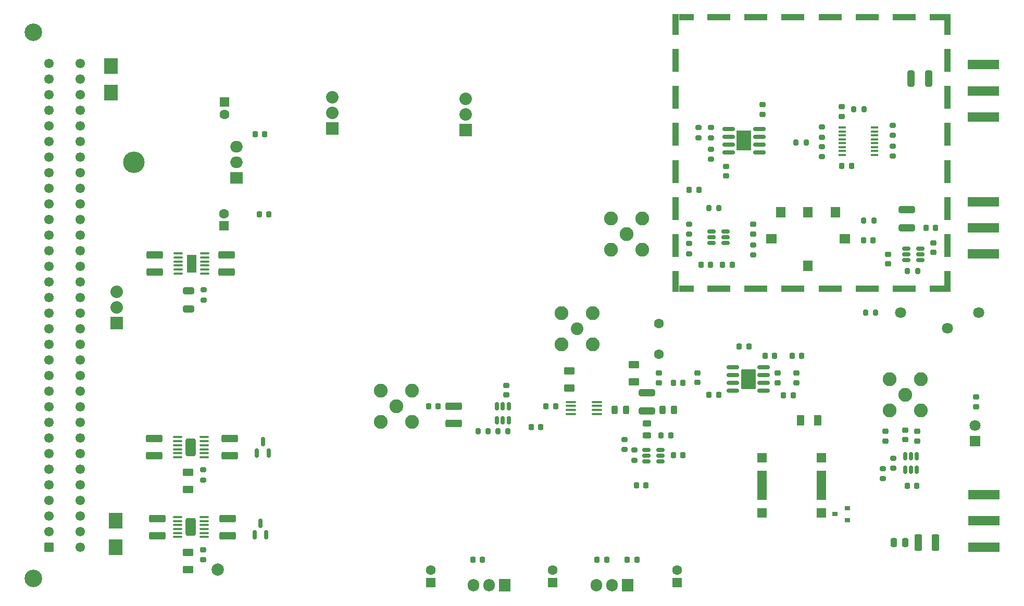
<source format=gbr>
G04 #@! TF.GenerationSoftware,KiCad,Pcbnew,(6.0.7)*
G04 #@! TF.CreationDate,2023-06-15T16:10:10+02:00*
G04 #@! TF.ProjectId,MTS_module,4d54535f-6d6f-4647-956c-652e6b696361,1.3.4*
G04 #@! TF.SameCoordinates,Original*
G04 #@! TF.FileFunction,Soldermask,Top*
G04 #@! TF.FilePolarity,Negative*
%FSLAX46Y46*%
G04 Gerber Fmt 4.6, Leading zero omitted, Abs format (unit mm)*
G04 Created by KiCad (PCBNEW (6.0.7)) date 2023-06-15 16:10:10*
%MOMM*%
%LPD*%
G01*
G04 APERTURE LIST*
G04 Aperture macros list*
%AMRoundRect*
0 Rectangle with rounded corners*
0 $1 Rounding radius*
0 $2 $3 $4 $5 $6 $7 $8 $9 X,Y pos of 4 corners*
0 Add a 4 corners polygon primitive as box body*
4,1,4,$2,$3,$4,$5,$6,$7,$8,$9,$2,$3,0*
0 Add four circle primitives for the rounded corners*
1,1,$1+$1,$2,$3*
1,1,$1+$1,$4,$5*
1,1,$1+$1,$6,$7*
1,1,$1+$1,$8,$9*
0 Add four rect primitives between the rounded corners*
20,1,$1+$1,$2,$3,$4,$5,0*
20,1,$1+$1,$4,$5,$6,$7,0*
20,1,$1+$1,$6,$7,$8,$9,0*
20,1,$1+$1,$8,$9,$2,$3,0*%
G04 Aperture macros list end*
%ADD10C,2.850000*%
%ADD11RoundRect,0.249999X0.525001X-0.525001X0.525001X0.525001X-0.525001X0.525001X-0.525001X-0.525001X0*%
%ADD12C,1.550000*%
%ADD13RoundRect,0.250000X-1.075000X0.375000X-1.075000X-0.375000X1.075000X-0.375000X1.075000X0.375000X0*%
%ADD14RoundRect,0.250000X-0.625000X0.375000X-0.625000X-0.375000X0.625000X-0.375000X0.625000X0.375000X0*%
%ADD15RoundRect,0.218750X0.218750X0.256250X-0.218750X0.256250X-0.218750X-0.256250X0.218750X-0.256250X0*%
%ADD16RoundRect,0.225000X0.250000X-0.225000X0.250000X0.225000X-0.250000X0.225000X-0.250000X-0.225000X0*%
%ADD17RoundRect,0.250000X0.625000X-0.375000X0.625000X0.375000X-0.625000X0.375000X-0.625000X-0.375000X0*%
%ADD18C,1.600000*%
%ADD19RoundRect,0.243750X0.243750X0.456250X-0.243750X0.456250X-0.243750X-0.456250X0.243750X-0.456250X0*%
%ADD20RoundRect,0.218750X-0.218750X-0.256250X0.218750X-0.256250X0.218750X0.256250X-0.218750X0.256250X0*%
%ADD21RoundRect,0.243750X0.456250X-0.243750X0.456250X0.243750X-0.456250X0.243750X-0.456250X-0.243750X0*%
%ADD22RoundRect,0.218750X-0.256250X0.218750X-0.256250X-0.218750X0.256250X-0.218750X0.256250X0.218750X0*%
%ADD23R,1.600000X1.600000*%
%ADD24R,1.800000X1.800000*%
%ADD25C,1.800000*%
%ADD26R,0.900000X0.800000*%
%ADD27C,2.250000*%
%ADD28RoundRect,0.200000X-0.275000X0.200000X-0.275000X-0.200000X0.275000X-0.200000X0.275000X0.200000X0*%
%ADD29RoundRect,0.218750X0.256250X-0.218750X0.256250X0.218750X-0.256250X0.218750X-0.256250X-0.218750X0*%
%ADD30RoundRect,0.250000X1.075000X-0.312500X1.075000X0.312500X-1.075000X0.312500X-1.075000X-0.312500X0*%
%ADD31RoundRect,0.250000X0.375000X1.075000X-0.375000X1.075000X-0.375000X-1.075000X0.375000X-1.075000X0*%
%ADD32C,2.000000*%
%ADD33R,1.905000X2.000000*%
%ADD34O,1.905000X2.000000*%
%ADD35RoundRect,0.100000X-0.625000X-0.100000X0.625000X-0.100000X0.625000X0.100000X-0.625000X0.100000X0*%
%ADD36RoundRect,0.249999X-0.575001X-1.175001X0.575001X-1.175001X0.575001X1.175001X-0.575001X1.175001X0*%
%ADD37RoundRect,0.100000X-0.712500X-0.100000X0.712500X-0.100000X0.712500X0.100000X-0.712500X0.100000X0*%
%ADD38R,1.520000X1.520000*%
%ADD39R,1.520000X4.700000*%
%ADD40RoundRect,0.250000X-0.375000X-0.625000X0.375000X-0.625000X0.375000X0.625000X-0.375000X0.625000X0*%
%ADD41RoundRect,0.225000X-0.225000X-0.250000X0.225000X-0.250000X0.225000X0.250000X-0.225000X0.250000X0*%
%ADD42RoundRect,0.225000X-0.250000X0.225000X-0.250000X-0.225000X0.250000X-0.225000X0.250000X0.225000X0*%
%ADD43R,2.300000X2.500000*%
%ADD44R,5.080000X1.500000*%
%ADD45R,1.000000X3.800000*%
%ADD46R,3.800000X1.000000*%
%ADD47R,1.000000X1.000000*%
%ADD48R,2.440000X1.000000*%
%ADD49R,1.000000X2.440000*%
%ADD50RoundRect,0.200000X0.200000X0.275000X-0.200000X0.275000X-0.200000X-0.275000X0.200000X-0.275000X0*%
%ADD51RoundRect,0.250000X-1.075000X0.312500X-1.075000X-0.312500X1.075000X-0.312500X1.075000X0.312500X0*%
%ADD52RoundRect,0.200000X0.275000X-0.200000X0.275000X0.200000X-0.275000X0.200000X-0.275000X-0.200000X0*%
%ADD53RoundRect,0.200000X-0.200000X-0.275000X0.200000X-0.275000X0.200000X0.275000X-0.200000X0.275000X0*%
%ADD54RoundRect,0.250000X0.312500X1.075000X-0.312500X1.075000X-0.312500X-1.075000X0.312500X-1.075000X0*%
%ADD55RoundRect,0.150000X-0.825000X-0.150000X0.825000X-0.150000X0.825000X0.150000X-0.825000X0.150000X0*%
%ADD56R,2.410000X3.300000*%
%ADD57RoundRect,0.150000X-0.512500X-0.150000X0.512500X-0.150000X0.512500X0.150000X-0.512500X0.150000X0*%
%ADD58R,1.200000X0.400000*%
%ADD59R,2.032000X2.032000*%
%ADD60C,2.032000*%
%ADD61RoundRect,0.250000X-0.650000X0.325000X-0.650000X-0.325000X0.650000X-0.325000X0.650000X0.325000X0*%
%ADD62RoundRect,0.225000X0.225000X0.250000X-0.225000X0.250000X-0.225000X-0.250000X0.225000X-0.250000X0*%
%ADD63R,1.650000X2.850000*%
%ADD64RoundRect,0.150000X-0.150000X0.512500X-0.150000X-0.512500X0.150000X-0.512500X0.150000X0.512500X0*%
%ADD65RoundRect,0.150000X0.512500X0.150000X-0.512500X0.150000X-0.512500X-0.150000X0.512500X-0.150000X0*%
%ADD66R,1.778000X1.524000*%
%ADD67R,1.524000X1.778000*%
%ADD68O,3.500000X3.500000*%
%ADD69R,2.000000X1.905000*%
%ADD70O,2.000000X1.905000*%
%ADD71C,2.050000*%
%ADD72RoundRect,0.249997X-0.955003X-1.400003X0.955003X-1.400003X0.955003X1.400003X-0.955003X1.400003X0*%
%ADD73RoundRect,0.150000X0.150000X-0.587500X0.150000X0.587500X-0.150000X0.587500X-0.150000X-0.587500X0*%
%ADD74RoundRect,0.250000X0.250000X0.475000X-0.250000X0.475000X-0.250000X-0.475000X0.250000X-0.475000X0*%
G04 APERTURE END LIST*
D10*
X52860000Y-143180000D03*
X52860000Y-54280000D03*
D11*
X55400000Y-138100000D03*
D12*
X55400000Y-135560000D03*
X55400000Y-133020000D03*
X55400000Y-130480000D03*
X55400000Y-127940000D03*
X55400000Y-125400000D03*
X55400000Y-122860000D03*
X55400000Y-120320000D03*
X55400000Y-117780000D03*
X55400000Y-115240000D03*
X55400000Y-112700000D03*
X55400000Y-110160000D03*
X55400000Y-107620000D03*
X55400000Y-105080000D03*
X55400000Y-102540000D03*
X55400000Y-100000000D03*
X55400000Y-97460000D03*
X55400000Y-94920000D03*
X55400000Y-92380000D03*
X55400000Y-89840000D03*
X55400000Y-87300000D03*
X55400000Y-84760000D03*
X55400000Y-82220000D03*
X55400000Y-79680000D03*
X55400000Y-77140000D03*
X55400000Y-74600000D03*
X55400000Y-72060000D03*
X55400000Y-69520000D03*
X55400000Y-66980000D03*
X55400000Y-64440000D03*
X55400000Y-61900000D03*
X55400000Y-59360000D03*
X60480000Y-138100000D03*
X60480000Y-135560000D03*
X60480000Y-133020000D03*
X60480000Y-130480000D03*
X60480000Y-127940000D03*
X60480000Y-125400000D03*
X60480000Y-122860000D03*
X60480000Y-120320000D03*
X60480000Y-117780000D03*
X60480000Y-115240000D03*
X60480000Y-112700000D03*
X60480000Y-110160000D03*
X60480000Y-107620000D03*
X60480000Y-105080000D03*
X60480000Y-102540000D03*
X60480000Y-100000000D03*
X60480000Y-97460000D03*
X60480000Y-94920000D03*
X60480000Y-92380000D03*
X60480000Y-89840000D03*
X60480000Y-87300000D03*
X60480000Y-84760000D03*
X60480000Y-82220000D03*
X60480000Y-79680000D03*
X60480000Y-77140000D03*
X60480000Y-74600000D03*
X60480000Y-72060000D03*
X60480000Y-69520000D03*
X60480000Y-66980000D03*
X60480000Y-64440000D03*
X60480000Y-61900000D03*
X60480000Y-59360000D03*
D13*
X72500000Y-120400000D03*
X72500000Y-123200000D03*
X73000000Y-133400000D03*
X73000000Y-136200000D03*
D14*
X78000000Y-125900000D03*
X78000000Y-128700000D03*
X78000000Y-138900000D03*
X78000000Y-141700000D03*
D15*
X135387500Y-118500000D03*
X133812500Y-118500000D03*
D13*
X84300000Y-90500000D03*
X84300000Y-93300000D03*
X84800000Y-120400000D03*
X84800000Y-123200000D03*
X84500000Y-133400000D03*
X84500000Y-136200000D03*
D15*
X118687500Y-115100000D03*
X117112500Y-115100000D03*
X137787500Y-115100000D03*
X136212500Y-115100000D03*
D14*
X140000000Y-109400000D03*
X140000000Y-112200000D03*
D16*
X194600000Y-120575000D03*
X194600000Y-119025000D03*
D17*
X150500000Y-111200000D03*
X150500000Y-108400000D03*
D18*
X154600000Y-106700000D03*
X154600000Y-101700000D03*
D19*
X149237500Y-115700000D03*
X147362500Y-115700000D03*
D16*
X160800000Y-111275000D03*
X160800000Y-109725000D03*
D19*
X157037500Y-115700000D03*
X155162500Y-115700000D03*
D20*
X162712500Y-113300000D03*
X164287500Y-113300000D03*
D15*
X173387500Y-106900000D03*
X171812500Y-106900000D03*
D21*
X152600000Y-119837500D03*
X152600000Y-117962500D03*
D22*
X191400000Y-119212500D03*
X191400000Y-120787500D03*
D20*
X194925000Y-128100000D03*
X196500000Y-128100000D03*
X150912500Y-128000000D03*
X152487500Y-128000000D03*
D23*
X157500000Y-143800000D03*
D18*
X157500000Y-141800000D03*
D20*
X149412500Y-140100000D03*
X150987500Y-140100000D03*
D23*
X137300000Y-143800000D03*
D18*
X137300000Y-141800000D03*
D20*
X144512500Y-140100000D03*
X146087500Y-140100000D03*
D23*
X117500000Y-143800000D03*
D18*
X117500000Y-141800000D03*
D20*
X124312500Y-140100000D03*
X125887500Y-140100000D03*
X88925000Y-70900000D03*
X90500000Y-70900000D03*
D23*
X83900000Y-85800000D03*
D18*
X83900000Y-83800000D03*
D20*
X89612500Y-83900000D03*
X91187500Y-83900000D03*
D24*
X206000000Y-120800000D03*
D25*
X206000000Y-118260000D03*
D26*
X185200000Y-133650000D03*
X185200000Y-131750000D03*
X183200000Y-132700000D03*
D27*
X111900000Y-115100000D03*
X114440000Y-117640000D03*
X114440000Y-112560000D03*
X109360000Y-112560000D03*
X109360000Y-117640000D03*
D28*
X80500000Y-125475000D03*
X80500000Y-127125000D03*
D22*
X80500000Y-138512500D03*
X80500000Y-140087500D03*
D13*
X121200000Y-115100000D03*
X121200000Y-117900000D03*
D22*
X206100000Y-113612500D03*
X206100000Y-115187500D03*
D29*
X196600000Y-120787500D03*
X196600000Y-119212500D03*
X154600000Y-111287500D03*
X154600000Y-109712500D03*
D15*
X158487500Y-111300000D03*
X156912500Y-111300000D03*
X176387500Y-113400000D03*
X174812500Y-113400000D03*
D30*
X152600000Y-115862500D03*
X152600000Y-112937500D03*
D20*
X167612500Y-105400000D03*
X169187500Y-105400000D03*
D22*
X176900000Y-109712500D03*
X176900000Y-111287500D03*
X173900000Y-109712500D03*
X173900000Y-111287500D03*
D20*
X154912500Y-119900000D03*
X156487500Y-119900000D03*
D31*
X199550000Y-137300000D03*
X196750000Y-137300000D03*
D15*
X177787500Y-106900000D03*
X176212500Y-106900000D03*
D32*
X82900000Y-141700000D03*
D33*
X149500000Y-144300000D03*
D34*
X146960000Y-144300000D03*
X144420000Y-144300000D03*
D33*
X129500000Y-144300000D03*
D34*
X126960000Y-144300000D03*
X124420000Y-144300000D03*
D35*
X76350000Y-120175000D03*
X76350000Y-120825000D03*
X76350000Y-121475000D03*
X76350000Y-122125000D03*
X76350000Y-122775000D03*
X76350000Y-123425000D03*
X80650000Y-123425000D03*
X80650000Y-122775000D03*
X80650000Y-122125000D03*
X80650000Y-121475000D03*
X80650000Y-120825000D03*
X80650000Y-120175000D03*
D36*
X78500000Y-121800000D03*
D35*
X76350000Y-133175000D03*
X76350000Y-133825000D03*
X76350000Y-134475000D03*
X76350000Y-135125000D03*
X76350000Y-135775000D03*
X76350000Y-136425000D03*
X80650000Y-136425000D03*
X80650000Y-135775000D03*
X80650000Y-135125000D03*
X80650000Y-134475000D03*
X80650000Y-133825000D03*
X80650000Y-133175000D03*
D36*
X78500000Y-134800000D03*
D37*
X140287500Y-114425000D03*
X140287500Y-115075000D03*
X140287500Y-115725000D03*
X140287500Y-116375000D03*
X144512500Y-116375000D03*
X144512500Y-115725000D03*
X144512500Y-115075000D03*
X144512500Y-114425000D03*
D15*
X158487500Y-123100000D03*
X156912500Y-123100000D03*
D38*
X181000000Y-132500000D03*
D39*
X181000000Y-128000000D03*
D38*
X181000000Y-123500000D03*
X171350000Y-123500000D03*
D39*
X171350000Y-128000000D03*
D38*
X171350000Y-132500000D03*
D40*
X177600000Y-117400000D03*
X180400000Y-117400000D03*
D13*
X72600000Y-90500000D03*
X72600000Y-93300000D03*
D41*
X198025000Y-86100000D03*
X199575000Y-86100000D03*
D42*
X191800000Y-90425000D03*
X191800000Y-91975000D03*
X199200000Y-88525000D03*
X199200000Y-90075000D03*
X184300000Y-66400000D03*
X184300000Y-67950000D03*
D41*
X159525000Y-79900000D03*
X161075000Y-79900000D03*
X184325000Y-76000000D03*
X185875000Y-76000000D03*
D42*
X165500000Y-76100000D03*
X165500000Y-77650000D03*
D16*
X171400000Y-67600000D03*
X171400000Y-66050000D03*
D43*
X65500000Y-59750000D03*
X65500000Y-64050000D03*
X66300000Y-138050000D03*
X66300000Y-133750000D03*
D44*
X207300000Y-86100000D03*
X207300000Y-81850000D03*
X207300000Y-90350000D03*
D27*
X149300000Y-87100000D03*
X151840000Y-84560000D03*
X146760000Y-89640000D03*
X151840000Y-89640000D03*
X146760000Y-84560000D03*
D45*
X201490000Y-58850000D03*
D46*
X188450000Y-51810000D03*
D45*
X201490000Y-76950000D03*
X157310000Y-70850000D03*
D46*
X182450000Y-95990000D03*
X194450000Y-51810000D03*
X182450000Y-51810000D03*
D47*
X157310000Y-51810000D03*
D46*
X194450000Y-95990000D03*
D47*
X157310000Y-95990000D03*
D45*
X157310000Y-76950000D03*
D48*
X199770000Y-51810000D03*
D46*
X176350000Y-51810000D03*
D49*
X201490000Y-53530000D03*
D45*
X157310000Y-82950000D03*
X201490000Y-88950000D03*
D47*
X201490000Y-95990000D03*
D49*
X201490000Y-94270000D03*
D45*
X157310000Y-58850000D03*
D47*
X201490000Y-51810000D03*
D46*
X164350000Y-95990000D03*
D45*
X157310000Y-64850000D03*
D49*
X157310000Y-53530000D03*
D46*
X188450000Y-95990000D03*
D45*
X201490000Y-82950000D03*
D46*
X170350000Y-95990000D03*
D48*
X159030000Y-95990000D03*
D45*
X201490000Y-64850000D03*
X201490000Y-70850000D03*
D46*
X164350000Y-51810000D03*
X170350000Y-51810000D03*
D48*
X199770000Y-95990000D03*
X159030000Y-51810000D03*
D45*
X157310000Y-88950000D03*
D46*
X176350000Y-95990000D03*
D49*
X157310000Y-94270000D03*
D50*
X130025000Y-119200000D03*
X128375000Y-119200000D03*
D28*
X161000000Y-69775000D03*
X161000000Y-71425000D03*
D51*
X194900000Y-83137500D03*
X194900000Y-86062500D03*
D52*
X163000000Y-71425000D03*
X163000000Y-69775000D03*
D53*
X188175000Y-99900000D03*
X189825000Y-99900000D03*
X194975000Y-93100000D03*
X196625000Y-93100000D03*
D52*
X163000000Y-74925000D03*
X163000000Y-73275000D03*
D54*
X198462500Y-61800000D03*
X195537500Y-61800000D03*
D50*
X178525000Y-72200000D03*
X176875000Y-72200000D03*
D53*
X186275000Y-66800000D03*
X187925000Y-66800000D03*
D28*
X181100000Y-72875000D03*
X181100000Y-74525000D03*
X192600000Y-72775000D03*
X192600000Y-74425000D03*
X181100000Y-69700000D03*
X181100000Y-71350000D03*
D52*
X192600000Y-71050000D03*
X192600000Y-69400000D03*
D25*
X193880000Y-99900000D03*
X201500000Y-102440000D03*
X206580000Y-99900000D03*
D55*
X165925000Y-69995000D03*
X165925000Y-71265000D03*
X165925000Y-72535000D03*
X165925000Y-73805000D03*
X170875000Y-73805000D03*
X170875000Y-72535000D03*
X170875000Y-71265000D03*
X170875000Y-69995000D03*
D56*
X168400000Y-71900000D03*
D57*
X194762500Y-89450000D03*
X194762500Y-90400000D03*
X194762500Y-91350000D03*
X197037500Y-91350000D03*
X197037500Y-90400000D03*
X197037500Y-89450000D03*
D58*
X184400000Y-69777500D03*
X184400000Y-70412500D03*
X184400000Y-71047500D03*
X184400000Y-71682500D03*
X184400000Y-72317500D03*
X184400000Y-72952500D03*
X184400000Y-73587500D03*
X184400000Y-74222500D03*
X189600000Y-74222500D03*
X189600000Y-73587500D03*
X189600000Y-72952500D03*
X189600000Y-72317500D03*
X189600000Y-71682500D03*
X189600000Y-71047500D03*
X189600000Y-70412500D03*
X189600000Y-69777500D03*
D44*
X207300000Y-63800000D03*
X207300000Y-59550000D03*
X207300000Y-68050000D03*
X207400000Y-133800000D03*
X207400000Y-129550000D03*
X207400000Y-138050000D03*
D59*
X101500000Y-69940000D03*
D60*
X101500000Y-67400000D03*
X101500000Y-64860000D03*
D59*
X66400000Y-101600000D03*
D60*
X66400000Y-99060000D03*
X66400000Y-96520000D03*
D42*
X129800000Y-111725000D03*
X129800000Y-113275000D03*
D61*
X78100000Y-96325000D03*
X78100000Y-99275000D03*
D62*
X162975000Y-92100000D03*
X161425000Y-92100000D03*
D41*
X164925000Y-92100000D03*
X166475000Y-92100000D03*
D28*
X80600000Y-96175000D03*
X80600000Y-97825000D03*
D50*
X126825000Y-119200000D03*
X125175000Y-119200000D03*
D28*
X191000000Y-125275000D03*
X191000000Y-126925000D03*
X192700000Y-123575000D03*
X192700000Y-125225000D03*
D52*
X159500000Y-90325000D03*
X159500000Y-88675000D03*
D28*
X159500000Y-85475000D03*
X159500000Y-87125000D03*
D35*
X76450000Y-90275000D03*
X76450000Y-90925000D03*
X76450000Y-91575000D03*
X76450000Y-92225000D03*
X76450000Y-92875000D03*
X76450000Y-93525000D03*
X80750000Y-93525000D03*
X80750000Y-92875000D03*
X80750000Y-92225000D03*
X80750000Y-91575000D03*
X80750000Y-90925000D03*
X80750000Y-90275000D03*
D63*
X78600000Y-91900000D03*
D64*
X130150000Y-115162500D03*
X129200000Y-115162500D03*
X128250000Y-115162500D03*
X128250000Y-117437500D03*
X129200000Y-117437500D03*
X130150000Y-117437500D03*
X196500000Y-123225000D03*
X195550000Y-123225000D03*
X194600000Y-123225000D03*
X194600000Y-125500000D03*
X195550000Y-125500000D03*
X196500000Y-125500000D03*
D65*
X165437500Y-88550000D03*
X165437500Y-87600000D03*
X165437500Y-86650000D03*
X163162500Y-86650000D03*
X163162500Y-87600000D03*
X163162500Y-88550000D03*
D66*
X172831000Y-87912000D03*
X184769000Y-87912000D03*
D67*
X178800000Y-83530500D03*
X178800000Y-92293500D03*
X183245000Y-83530500D03*
X174355000Y-83530500D03*
D68*
X69240000Y-75460000D03*
D69*
X85900000Y-78000000D03*
D70*
X85900000Y-75460000D03*
X85900000Y-72920000D03*
D71*
X141300000Y-102500000D03*
D27*
X143840000Y-105040000D03*
X138760000Y-105040000D03*
X138760000Y-99960000D03*
X143840000Y-99960000D03*
D50*
X164325000Y-82900000D03*
X162675000Y-82900000D03*
D55*
X166625000Y-108795000D03*
X166625000Y-110065000D03*
X166625000Y-111335000D03*
X166625000Y-112605000D03*
X171575000Y-112605000D03*
X171575000Y-111335000D03*
X171575000Y-110065000D03*
X171575000Y-108795000D03*
D72*
X169100000Y-110700000D03*
D59*
X123200000Y-70140000D03*
D60*
X123200000Y-67600000D03*
X123200000Y-65060000D03*
D27*
X194600000Y-113300000D03*
X192060000Y-115840000D03*
X192060000Y-110760000D03*
X197140000Y-115840000D03*
X197140000Y-110760000D03*
D23*
X84000000Y-65600000D03*
D18*
X84000000Y-67600000D03*
D73*
X88850000Y-136037500D03*
X90750000Y-136037500D03*
X89800000Y-134162500D03*
D50*
X189525000Y-84900000D03*
X187875000Y-84900000D03*
D74*
X194650000Y-137300000D03*
X192750000Y-137300000D03*
D65*
X154837500Y-124150000D03*
X154837500Y-123200000D03*
X154837500Y-122250000D03*
X152562500Y-122250000D03*
X152562500Y-123200000D03*
X152562500Y-124150000D03*
D52*
X150600000Y-123925000D03*
X150600000Y-122275000D03*
D41*
X187825000Y-88100000D03*
X189375000Y-88100000D03*
D73*
X89250000Y-122737500D03*
X91150000Y-122737500D03*
X90200000Y-120862500D03*
D52*
X149000000Y-122200000D03*
X149000000Y-120550000D03*
D16*
X169900000Y-87075000D03*
X169900000Y-85525000D03*
D52*
X169900000Y-90525000D03*
X169900000Y-88875000D03*
M02*

</source>
